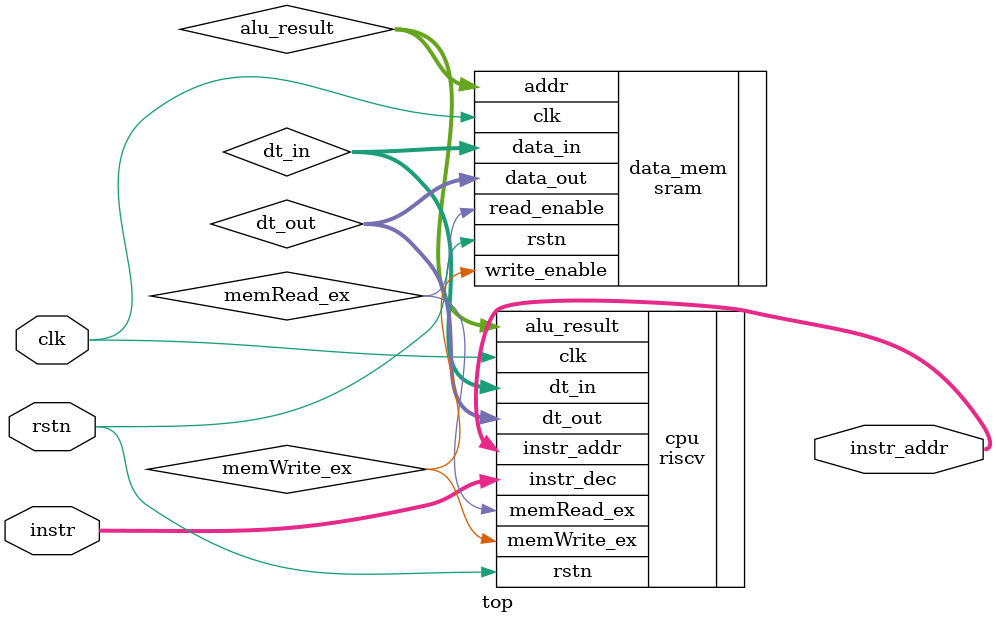
<source format=sv>
`include "riscv.sv"
`include "sram.sv"
`include "flash.sv"


module top #(parameter N=32)
  ( input logic clk,
    input logic rstn,
    output logic [N-1:0] instr_addr,
    input logic  [N-1:0]  instr
  );
  
   
  
  
  wire memRead_ex;
  wire memWrite_ex;
  wire [N-1:0] alu_result;
  wire [N-1:0] dt_out;
  wire [N-1:0] dt_in;
  
  // CPU
  riscv cpu
  ( .clk,
    .rstn,
    .memRead_ex,
    .memWrite_ex,
    .alu_result,
    .instr_addr,
   .instr_dec(instr),
    .dt_out,
    .dt_in
  );
 
  
 // inst mem
  //flash inst_mem
  //(.pc_out,
  // .instr
  //);
  
  
 // data mem 
  sram   data_mem  
  (.clk,
   .rstn,
   .write_enable(memWrite_ex),
   .read_enable(memRead_ex),
   .data_in(dt_in),
   .addr(alu_result),
   .data_out(dt_out));
 
  

  
endmodule
  

</source>
